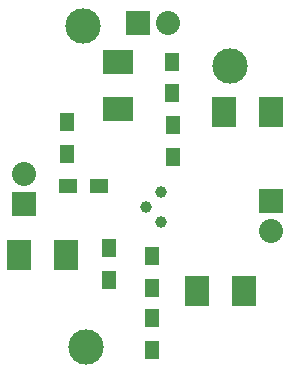
<source format=gts>
G04 #@! TF.FileFunction,Soldermask,Top*
%FSLAX46Y46*%
G04 Gerber Fmt 4.6, Leading zero omitted, Abs format (unit mm)*
G04 Created by KiCad (PCBNEW 0.201505220134+5676~23~ubuntu14.04.1-product) date Thu 10 Sep 2015 12:30:41 AM PDT*
%MOMM*%
G01*
G04 APERTURE LIST*
%ADD10C,0.100000*%
%ADD11R,2.000000X2.500000*%
%ADD12R,2.500000X2.000000*%
%ADD13R,2.032000X2.032000*%
%ADD14O,2.032000X2.032000*%
%ADD15R,1.300000X1.500000*%
%ADD16R,1.500000X1.300000*%
%ADD17C,2.999740*%
%ADD18C,1.000760*%
G04 APERTURE END LIST*
D10*
D11*
X162147000Y-113792000D03*
X158147000Y-113792000D03*
X177260000Y-116840000D03*
X173260000Y-116840000D03*
D12*
X166573200Y-101415600D03*
X166573200Y-97415600D03*
D11*
X179546000Y-101650800D03*
X175546000Y-101650800D03*
D13*
X158559500Y-109474000D03*
D14*
X158559500Y-106934000D03*
D13*
X168275000Y-94107000D03*
D14*
X170815000Y-94107000D03*
D13*
X179527200Y-109169200D03*
D14*
X179527200Y-111709200D03*
D15*
X162255200Y-102536000D03*
X162255200Y-105236000D03*
X165798500Y-113204000D03*
X165798500Y-115904000D03*
D16*
X164976800Y-107950000D03*
X162276800Y-107950000D03*
D15*
X171145200Y-97405200D03*
X171145200Y-100105200D03*
X171196000Y-105490000D03*
X171196000Y-102790000D03*
X169468800Y-116564400D03*
X169468800Y-113864400D03*
X169468800Y-119147600D03*
X169468800Y-121847600D03*
D17*
X163830000Y-121602500D03*
X163576000Y-94424500D03*
X176022000Y-97790000D03*
D18*
X168910000Y-109728000D03*
X170180000Y-108458000D03*
X170180000Y-110998000D03*
M02*

</source>
